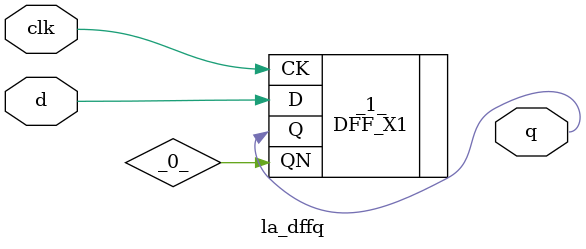
<source format=v>

/* Generated by Yosys 0.44 (git sha1 80ba43d26, g++ 11.4.0-1ubuntu1~22.04 -fPIC -O3) */

(* top =  1  *)
(* src = "generated" *)
module la_dffq (
    d,
    clk,
    q
);
  (* unused_bits = "0" *)
  wire _0_;
  (* src = "generated" *)
  input clk;
  wire clk;
  (* src = "generated" *)
  input d;
  wire d;
  (* src = "generated" *)
  output q;
  wire q;
  (* src = "generated" *)
  DFF_X1 _1_ (
      .CK(clk),
      .D (d),
      .Q (q),
      .QN(_0_)
  );
endmodule

</source>
